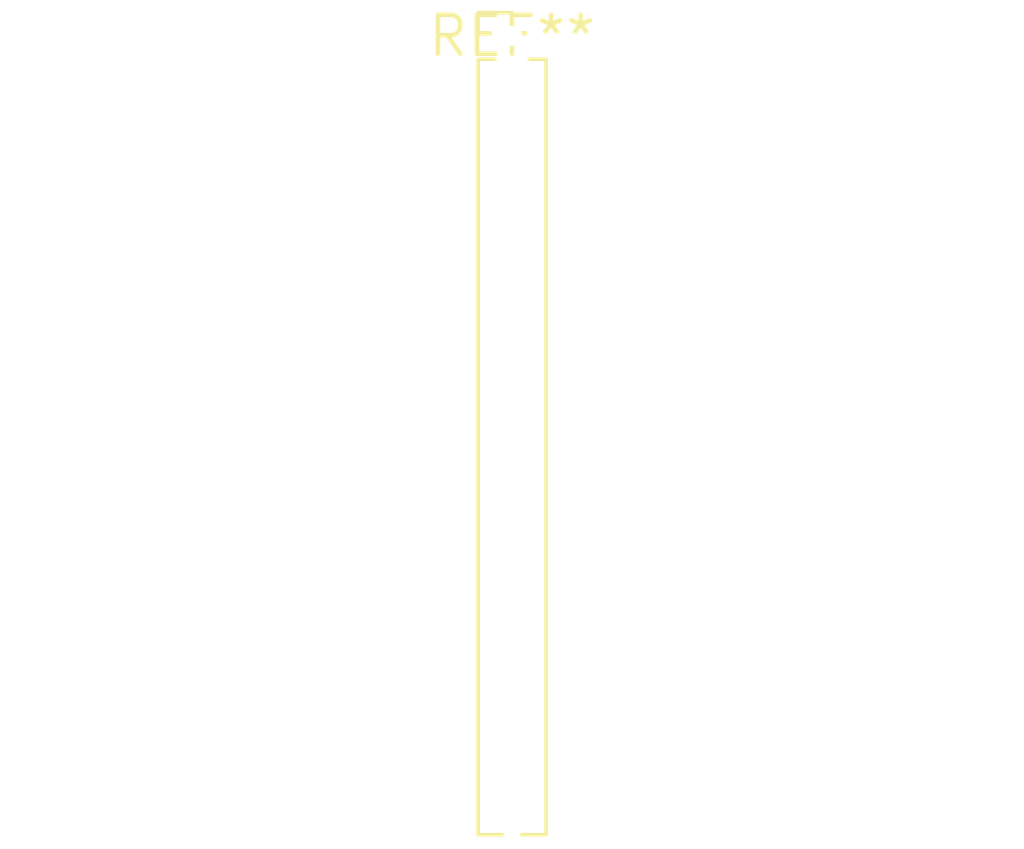
<source format=kicad_pcb>
(kicad_pcb (version 20240108) (generator pcbnew)
  (layers (0 "F.Cu" signal) (31 "B.Cu" signal) (34 "B.Paste" user) (35 "F.Paste" user) (36 "B.SilkS" user "B.Silkscreen") (37 "F.SilkS" user "F.Silkscreen") (38 "B.Mask" user) (39 "F.Mask" user) (44 "Edge.Cuts" user))
  (net 0 "")
  (footprint "PinHeader_1x21_P1.27mm_Vertical" (layer "F.Cu") (at 0 0)
    (property "Reference" "REF**")
    (property "Value" "PinHeader_1x21_P1.27mm_Vertical")
    (fp_line (start -1.11 -0.76) (end 0 -0.76) (layer "F.SilkS") (stroke (width 0.12)))
    (fp_line (start -1.11 0) (end -1.11 -0.76) (layer "F.SilkS") (stroke (width 0.12)))
    (fp_line (start -1.11 0.76) (end -1.11 26.095) (layer "F.SilkS") (stroke (width 0.12)))
    (fp_line (start -1.11 0.76) (end -0.563471 0.76) (layer "F.SilkS") (stroke (width 0.12)))
    (fp_line (start -1.11 26.095) (end -0.30753 26.095) (layer "F.SilkS") (stroke (width 0.12)))
    (fp_line (start 0.30753 26.095) (end 1.11 26.095) (layer "F.SilkS") (stroke (width 0.12)))
    (fp_line (start 0.563471 0.76) (end 1.11 0.76) (layer "F.SilkS") (stroke (width 0.12)))
    (fp_line (start 1.11 0.76) (end 1.11 26.095) (layer "F.SilkS") (stroke (width 0.12)))
    (pad "1" thru_hole rect (at 0 0) (size 1 1) (drill 0.65) (layers *.Cu *.Mask) (remove_unused_layers))
    (pad "2" thru_hole oval (at 0 1.27) (size 1 1) (drill 0.65) (layers *.Cu *.Mask) (remove_unused_layers))
    (pad "3" thru_hole oval (at 0 2.54) (size 1 1) (drill 0.65) (layers *.Cu *.Mask) (remove_unused_layers))
    (pad "4" thru_hole oval (at 0 3.81) (size 1 1) (drill 0.65) (layers *.Cu *.Mask) (remove_unused_layers))
    (pad "5" thru_hole oval (at 0 5.08) (size 1 1) (drill 0.65) (layers *.Cu *.Mask) (remove_unused_layers))
    (pad "6" thru_hole oval (at 0 6.35) (size 1 1) (drill 0.65) (layers *.Cu *.Mask) (remove_unused_layers))
    (pad "7" thru_hole oval (at 0 7.62) (size 1 1) (drill 0.65) (layers *.Cu *.Mask) (remove_unused_layers))
    (pad "8" thru_hole oval (at 0 8.89) (size 1 1) (drill 0.65) (layers *.Cu *.Mask) (remove_unused_layers))
    (pad "9" thru_hole oval (at 0 10.16) (size 1 1) (drill 0.65) (layers *.Cu *.Mask) (remove_unused_layers))
    (pad "10" thru_hole oval (at 0 11.43) (size 1 1) (drill 0.65) (layers *.Cu *.Mask) (remove_unused_layers))
    (pad "11" thru_hole oval (at 0 12.7) (size 1 1) (drill 0.65) (layers *.Cu *.Mask) (remove_unused_layers))
    (pad "12" thru_hole oval (at 0 13.97) (size 1 1) (drill 0.65) (layers *.Cu *.Mask) (remove_unused_layers))
    (pad "13" thru_hole oval (at 0 15.24) (size 1 1) (drill 0.65) (layers *.Cu *.Mask) (remove_unused_layers))
    (pad "14" thru_hole oval (at 0 16.51) (size 1 1) (drill 0.65) (layers *.Cu *.Mask) (remove_unused_layers))
    (pad "15" thru_hole oval (at 0 17.78) (size 1 1) (drill 0.65) (layers *.Cu *.Mask) (remove_unused_layers))
    (pad "16" thru_hole oval (at 0 19.05) (size 1 1) (drill 0.65) (layers *.Cu *.Mask) (remove_unused_layers))
    (pad "17" thru_hole oval (at 0 20.32) (size 1 1) (drill 0.65) (layers *.Cu *.Mask) (remove_unused_layers))
    (pad "18" thru_hole oval (at 0 21.59) (size 1 1) (drill 0.65) (layers *.Cu *.Mask) (remove_unused_layers))
    (pad "19" thru_hole oval (at 0 22.86) (size 1 1) (drill 0.65) (layers *.Cu *.Mask) (remove_unused_layers))
    (pad "20" thru_hole oval (at 0 24.13) (size 1 1) (drill 0.65) (layers *.Cu *.Mask) (remove_unused_layers))
    (pad "21" thru_hole oval (at 0 25.4) (size 1 1) (drill 0.65) (layers *.Cu *.Mask) (remove_unused_layers))
  )
)
</source>
